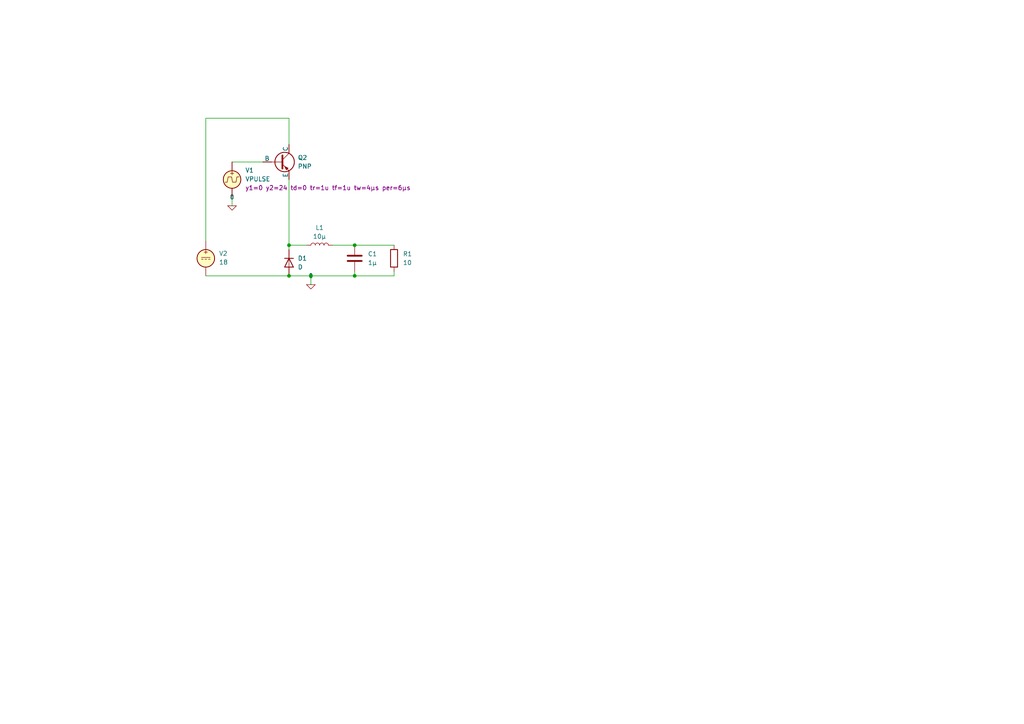
<source format=kicad_sch>
(kicad_sch (version 20250114) (generator "eeschema") (generator_version "9.0")
  (paper "A4")
  (lib_symbols
    (symbol "Device:C" (pin_numbers (hide yes)) (pin_names (offset 0.254))
      (property "Reference" "C" (at 0.635 2.54 0))
      (property "Value" "C" (at 0.635 -2.54 0))
      (symbol "C_0_1"
        (polyline (pts (xy -2.032 0.762) (xy 2.032 0.762)) (stroke (width 0.508)))
        (polyline (pts (xy -2.032 -0.762) (xy 2.032 -0.762)) (stroke (width 0.508)))
      )
      (symbol "C_1_1"
        (pin passive line (at 0 3.81 270) (length 2.794) (name "~") (number "1"))
        (pin passive line (at 0 -3.81 90) (length 2.794) (name "~") (number "2"))
      )
    )
    (symbol "Device:D" (pin_numbers (hide yes)) (pin_names (offset 1.016) (hide yes))
      (property "Reference" "D" (at 0 2.54 0))
      (property "Value" "D" (at 0 -2.54 0))
      (symbol "D_0_1"
        (polyline (pts (xy -1.27 1.27) (xy -1.27 -1.27)) (stroke (width 0.254)))
        (polyline (pts (xy 1.27 1.27) (xy 1.27 -1.27) (xy -1.27 0) (xy 1.27 1.27)) (stroke (width 0.254)))
        (polyline (pts (xy 1.27 0) (xy -1.27 0)))
      )
      (symbol "D_1_1"
        (pin passive line (at -3.81 0 0) (length 2.54) (name "K") (number "1"))
        (pin passive line (at 3.81 0 180) (length 2.54) (name "A") (number "2"))
      )
    )
    (symbol "Device:L" (pin_numbers (hide yes)) (pin_names (offset 1.016) (hide yes))
      (property "Reference" "L" (at -1.27 0 90))
      (property "Value" "L" (at 1.905 0 90))
      (symbol "L_0_1"
        (arc (start 0 2.54) (mid 0.6323 1.905) (end 0 1.27))
        (arc (start 0 1.27) (mid 0.6323 0.635) (end 0 0))
        (arc (start 0 0) (mid 0.6323 -0.635) (end 0 -1.27))
        (arc (start 0 -1.27) (mid 0.6323 -1.905) (end 0 -2.54))
      )
      (symbol "L_1_1"
        (pin passive line (at 0 3.81 270) (length 1.27) (name "1") (number "1"))
        (pin passive line (at 0 -3.81 90) (length 1.27) (name "2") (number "2"))
      )
    )
    (symbol "Device:R" (pin_numbers (hide yes)) (pin_names (offset 0))
      (property "Reference" "R" (at 2.032 0 90))
      (property "Value" "R" (at 0 0 90))
      (symbol "R_0_1"
        (rectangle (start -1.016 -2.54) (end 1.016 2.54) (stroke (width 0.254)))
      )
      (symbol "R_1_1"
        (pin passive line (at 0 3.81 270) (length 1.27) (name "~") (number "1"))
        (pin passive line (at 0 -3.81 90) (length 1.27) (name "~") (number "2"))
      )
    )
    (symbol "Simulation_SPICE:0" (power) (pin_numbers (hide yes)) (pin_names (offset 0) (hide yes))
      (property "Value" "0" (at 0 -2.54 0))
      (symbol "0_0_1"
        (polyline (pts (xy -1.27 0) (xy 0 -1.27) (xy 1.27 0) (xy -1.27 0)))
      )
      (symbol "0_1_1"
        (pin power_in line (at 0 0 0) (length 0) (name "~") (number "1"))
      )
    )
    (symbol "Simulation_SPICE:PNP" (pin_numbers (hide yes)) (pin_names (offset 0))
      (property "Reference" "Q" (at -2.54 7.62 0))
      (property "Value" "PNP" (at -2.54 5.08 0))
      (symbol "PNP_0_1"
        (polyline (pts (xy -2.54 0) (xy 0.635 0)) (stroke (width 0.1524)))
        (polyline (pts (xy 0.635 1.905) (xy 0.635 -1.905) (xy 0.635 -1.905)) (stroke (width 0.508)))
        (polyline (pts (xy 0.635 0.635) (xy 2.54 2.54)))
        (polyline (pts (xy 0.635 -0.635) (xy 2.54 -2.54) (xy 2.54 -2.54)))
        (circle (center 1.27 0) (radius 2.8194) (stroke (width 0.254)))
        (polyline (pts (xy 2.286 -1.778) (xy 1.778 -2.286) (xy 1.27 -1.27) (xy 2.286 -1.778) (xy 2.286 -1.778)) (fill (type outline)))
      )
      (symbol "PNP_1_1"
        (pin input line (at -5.08 0 0) (length 2.54) (name "B") (number "2"))
        (pin open_collector line (at 2.54 5.08 270) (length 2.54) (name "C") (number "1"))
        (pin open_emitter line (at 2.54 -5.08 90) (length 2.54) (name "E") (number "3"))
      )
    )
    (symbol "Simulation_SPICE:VDC" (pin_numbers (hide yes)) (pin_names (offset 0.0254))
      (property "Reference" "V" (at 2.54 2.54 0))
      (property "Value" "1" (at 2.54 0 0))
      (symbol "VDC_0_0"
        (polyline (pts (xy -1.27 0.254) (xy 1.27 0.254)))
        (polyline (pts (xy -0.762 -0.254) (xy -1.27 -0.254)))
        (polyline (pts (xy 0.254 -0.254) (xy -0.254 -0.254)))
        (polyline (pts (xy 1.27 -0.254) (xy 0.762 -0.254)))
        (text "+" (at 0 1.905 0) (effects (font (size 1.27 1.27))))
      )
      (symbol "VDC_0_1"
        (circle (center 0 0) (radius 2.54) (stroke (width 0.254)) (fill (type background)))
      )
      (symbol "VDC_1_1"
        (pin passive line (at 0 5.08 270) (length 2.54) (name "~") (number "1"))
        (pin passive line (at 0 -5.08 90) (length 2.54) (name "~") (number "2"))
      )
    )
    (symbol "Simulation_SPICE:VPULSE" (pin_numbers (hide yes)) (pin_names (offset 0.0254))
      (property "Reference" "V" (at 2.54 2.54 0))
      (property "Value" "VPULSE" (at 2.54 0 0))
      (property "Sim.Params" "y1=0 y2=1 td=2n tr=2n tf=2n tw=50n per=100n" (at 2.54 -2.54 0))
      (symbol "VPULSE_0_0"
        (polyline (pts (xy -2.032 -0.762) (xy -1.397 -0.762) (xy -1.143 0.762) (xy -0.127 0.762) (xy 0.127 -0.762) (xy 1.143 -0.762) (xy 1.397 0.762) (xy 2.032 0.762)))
        (text "+" (at 0 1.905 0) (effects (font (size 1.27 1.27))))
      )
      (symbol "VPULSE_0_1"
        (circle (center 0 0) (radius 2.54) (stroke (width 0.254)) (fill (type background)))
      )
      (symbol "VPULSE_1_1"
        (pin passive line (at 0 5.08 270) (length 2.54) (name "~") (number "1"))
        (pin passive line (at 0 -5.08 90) (length 2.54) (name "~") (number "2"))
      )
    )
  )
  (junction (at 90.17 80.01))
  (junction (at 102.87 80.01))
  (junction (at 83.82 71.12))
  (junction (at 83.82 80.01))
  (junction (at 102.87 71.12))
  (wire (pts (xy 96.52 71.12) (xy 102.87 71.12)))
  (wire (pts (xy 67.31 57.15) (xy 67.31 59.69)))
  (wire (pts (xy 83.82 34.29) (xy 83.82 41.91)))
  (wire (pts (xy 114.3 80.01) (xy 114.3 78.74)))
  (wire (pts (xy 67.31 46.99) (xy 76.2 46.99)))
  (wire (pts (xy 102.87 80.01) (xy 114.3 80.01)))
  (wire (pts (xy 83.82 52.07) (xy 83.82 71.12)))
  (wire (pts (xy 88.9 71.12) (xy 83.82 71.12)))
  (wire (pts (xy 59.69 34.29) (xy 59.69 69.85)))
  (wire (pts (xy 83.82 80.01) (xy 90.17 80.01)))
  (wire (pts (xy 90.17 80.01) (xy 102.87 80.01)))
  (wire (pts (xy 102.87 71.12) (xy 114.3 71.12)))
  (wire (pts (xy 83.82 71.12) (xy 83.82 72.39)))
  (wire (pts (xy 90.17 80.01) (xy 90.17 82.55)))
  (wire (pts (xy 59.69 34.29) (xy 83.82 34.29)))
  (wire (pts (xy 59.69 80.01) (xy 83.82 80.01)))
  (wire (pts (xy 102.87 78.74) (xy 102.87 80.01)))
  (symbol (lib_id "Simulation_SPICE:0") (at 67.31 59.69 0) (unit 1)
    (property "Reference" "#GND02" (effects (hide yes)))
    (property "Value" "0" (at 67.31 57.15 0))
    (property "Datasheet" "https://ngspice.sourceforge.io/docs/ngspice-html-manual/manual.xhtml#subsec_Circuit_elements__device" (effects (hide yes)))
    (property "Description" "0V reference potential for simulation" (effects (hide yes)))
  )
  (symbol (lib_id "Simulation_SPICE:VPULSE") (at 67.31 52.07 0) (unit 1)
    (property "Reference" "V1" (at 71.12 49.4001 0) (effects (justify left)))
    (property "Value" "VPULSE" (at 71.12 51.9401 0) (effects (justify left)))
    (property "Datasheet" "https://ngspice.sourceforge.io/docs/ngspice-html-manual/manual.xhtml#sec_Independent_Sources_for" (effects (hide yes)))
    (property "Description" "Voltage source, pulse" (effects (hide yes)))
    (property "Sim.Pins" "1=+ 2=-" (effects (hide yes)))
    (property "Sim.Type" "PULSE" (effects (hide yes)))
    (property "Sim.Device" "V" (effects (hide yes)))
    (property "Sim.Params" "y1=0 y2=24 td=0 tr=1u tf=1u tw=4µs per=6µs" (at 71.12 54.4801 0) (effects (justify left)))
  )
  (symbol (lib_id "Device:C") (at 102.87 74.93 0) (unit 1)
    (property "Reference" "C1" (at 106.68 73.6599 0) (effects (justify left)))
    (property "Value" "1µ" (at 106.68 76.1999 0) (effects (justify left)))
    (property "Description" "Unpolarized capacitor" (effects (hide yes)))
  )
  (symbol (lib_id "Device:L") (at 92.71 71.12 90) (unit 1)
    (property "Reference" "L1" (at 92.71 66.04 90))
    (property "Value" "10µ" (at 92.71 68.58 90))
    (property "Description" "Inductor" (effects (hide yes)))
  )
  (symbol (lib_id "Device:D") (at 83.82 76.2 270) (unit 1)
    (property "Reference" "D1" (at 86.36 74.9299 90) (effects (justify left)))
    (property "Value" "D" (at 86.36 77.4699 90) (effects (justify left)))
    (property "Description" "Diode" (effects (hide yes)))
    (property "Sim.Device" "D" (effects (hide yes)))
    (property "Sim.Pins" "1=K 2=A" (effects (hide yes)))
  )
  (symbol (lib_id "Simulation_SPICE:VDC") (at 59.69 74.93 0) (unit 1)
    (property "Reference" "V2" (at 63.5 73.5301 0) (effects (justify left)))
    (property "Value" "18" (at 63.5 76.0701 0) (effects (justify left)))
    (property "Datasheet" "https://ngspice.sourceforge.io/docs/ngspice-html-manual/manual.xhtml#sec_Independent_Sources_for" (effects (hide yes)))
    (property "Description" "Voltage source, DC" (effects (hide yes)))
    (property "Sim.Pins" "1=+ 2=-" (effects (hide yes)))
    (property "Sim.Type" "DC" (effects (hide yes)))
    (property "Sim.Device" "V" (effects (hide yes)))
  )
  (symbol (lib_id "Device:R") (at 114.3 74.93 0) (unit 1)
    (property "Reference" "R1" (at 116.84 73.6599 0) (effects (justify left)))
    (property "Value" "10" (at 116.84 76.1999 0) (effects (justify left)))
    (property "Description" "Resistor" (effects (hide yes)))
  )
  (symbol (lib_id "Simulation_SPICE:0") (at 90.17 82.55 0) (unit 1)
    (property "Reference" "#GND01" (effects (hide yes)))
    (property "Value" "0" (at 90.17 80.01 0))
    (property "Datasheet" "https://ngspice.sourceforge.io/docs/ngspice-html-manual/manual.xhtml#subsec_Circuit_elements__device" (effects (hide yes)))
    (property "Description" "0V reference potential for simulation" (effects (hide yes)))
  )
  (symbol (lib_id "Simulation_SPICE:PNP") (at 81.28 46.99 0) (unit 1)
    (property "Reference" "Q2" (at 86.36 45.7199 0) (effects (justify left)))
    (property "Value" "PNP" (at 86.36 48.2599 0) (effects (justify left)))
    (property "Datasheet" "https://ngspice.sourceforge.io/docs/ngspice-html-manual/manual.xhtml#cha_BJTs" (effects (hide yes)))
    (property "Description" "Bipolar transistor symbol for simulation only, substrate tied to the emitter" (effects (hide yes)))
    (property "Sim.Device" "PNP" (effects (hide yes)))
    (property "Sim.Type" "GUMMELPOON" (effects (hide yes)))
    (property "Sim.Pins" "1=C 2=B 3=E" (effects (hide yes)))
  )
)
</source>
